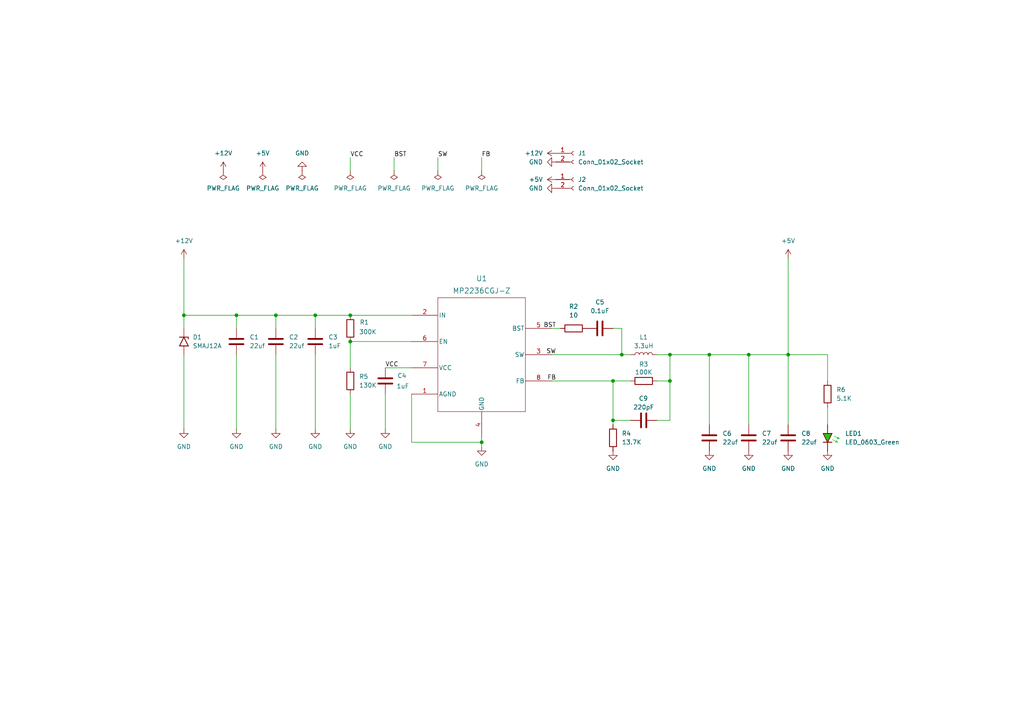
<source format=kicad_sch>
(kicad_sch (version 20231120) (generator "eeschema") (generator_version "8.0")
  (paper "A4")
  (title_block (title "MP2236电源模块 12V转5V") (date "2024-12-22") (rev "1.1"))
  (lib_symbols
    (symbol "Connector:Conn_01x02_Socket" (pin_names (offset 1.016) hide)
      (property "Reference" "J" (at 0 2.54 0))
      (property "Value" "Conn_01x02_Socket" (at 0 -5.08 0))
      (symbol "Conn_01x02_Socket_1_1"
        (arc (start 0 -2.032) (mid -0.5058 -2.54) (end 0 -3.048) (stroke (width 0.1524)))
        (polyline (pts (xy -1.27 -2.54) (xy -0.508 -2.54)) (stroke (width 0.1524)))
        (polyline (pts (xy -1.27 0) (xy -0.508 0)) (stroke (width 0.1524)))
        (arc (start 0 0.508) (mid -0.5058 0) (end 0 -0.508) (stroke (width 0.1524)))
        (pin passive line (at -5.08 0 0) (length 3.81) (name "Pin_1") (number "1"))
        (pin passive line (at -5.08 -2.54 0) (length 3.81) (name "Pin_2") (number "2"))
      )
    )
    (symbol "Device:C" (pin_numbers hide) (pin_names (offset 0.254))
      (property "Reference" "C" (at 0.635 2.54 0))
      (property "Value" "C" (at 0.635 -2.54 0))
      (symbol "C_0_1"
        (polyline (pts (xy -2.032 -0.762) (xy 2.032 -0.762)) (stroke (width 0.508)))
        (polyline (pts (xy -2.032 0.762) (xy 2.032 0.762)) (stroke (width 0.508)))
      )
      (symbol "C_1_1"
        (pin passive line (at 0 3.81 270) (length 2.794) (name "~") (number "1"))
        (pin passive line (at 0 -3.81 90) (length 2.794) (name "~") (number "2"))
      )
    )
    (symbol "Device:L" (pin_numbers hide) (pin_names (offset 1.016) hide)
      (property "Reference" "L" (at -1.27 0 90))
      (property "Value" "L" (at 1.905 0 90))
      (symbol "L_0_1"
        (arc (start 0 -2.54) (mid 0.6323 -1.905) (end 0 -1.27))
        (arc (start 0 -1.27) (mid 0.6323 -0.635) (end 0 0))
        (arc (start 0 0) (mid 0.6323 0.635) (end 0 1.27))
        (arc (start 0 1.27) (mid 0.6323 1.905) (end 0 2.54))
      )
      (symbol "L_1_1"
        (pin passive line (at 0 3.81 270) (length 1.27) (name "1") (number "1"))
        (pin passive line (at 0 -3.81 90) (length 1.27) (name "2") (number "2"))
      )
    )
    (symbol "Device:R" (pin_numbers hide) (pin_names (offset 0))
      (property "Reference" "R" (at 2.032 0 90))
      (property "Value" "R" (at 0 0 90))
      (symbol "R_0_1"
        (rectangle (start -1.016 -2.54) (end 1.016 2.54) (stroke (width 0.254)))
      )
      (symbol "R_1_1"
        (pin passive line (at 0 3.81 270) (length 1.27) (name "~") (number "1"))
        (pin passive line (at 0 -3.81 90) (length 1.27) (name "~") (number "2"))
      )
    )
    (symbol "Diode:SMAJ12A" (pin_numbers hide) (pin_names (offset 1.016) hide)
      (property "Reference" "D" (at 0 2.54 0))
      (property "Value" "SMAJ12A" (at 0 -2.54 0))
      (symbol "SMAJ12A_0_1"
        (polyline (pts (xy -0.762 1.27) (xy -1.27 1.27) (xy -1.27 -1.27)) (stroke (width 0.254)))
        (polyline (pts (xy 1.27 1.27) (xy 1.27 -1.27) (xy -1.27 0) (xy 1.27 1.27)) (stroke (width 0.254)))
      )
      (symbol "SMAJ12A_1_1"
        (pin passive line (at -3.81 0 0) (length 2.54) (name "A1") (number "1"))
        (pin passive line (at 3.81 0 180) (length 2.54) (name "A2") (number "2"))
      )
    )
    (symbol "PCM_LED_AKL:LED_0603_Green" (pin_numbers hide) (pin_names (offset 1.016) hide)
      (property "Reference" "LED" (at 0 7.62 0))
      (property "Value" "LED_0603_Green" (at 0 5.08 0))
      (symbol "LED_0603_Green_0_1"
        (polyline (pts (xy -0.508 1.905) (xy 0.254 3.429)) (stroke (width 0.1524) (color 30 200 30 1)))
        (polyline (pts (xy 0.508 1.397) (xy 1.27 2.921)) (stroke (width 0.1524) (color 30 200 30 1)))
        (polyline (pts (xy 1.27 1.27) (xy 1.27 -1.27)) (stroke (width 0.254)))
        (polyline (pts (xy -1.27 1.27) (xy -1.27 -1.27) (xy 1.27 0) (xy -1.27 1.27)) (stroke (width 0.254)) (fill (type color) (color 30 200 30 1)))
        (polyline (pts (xy 0.254 2.794) (xy -0.254 3.048) (xy 0.254 3.429) (xy 0.254 2.794)) (stroke (width 0) (color 30 200 30 1)) (fill (type outline)))
        (polyline (pts (xy 1.27 2.286) (xy 0.762 2.54) (xy 1.27 2.921) (xy 1.27 2.286)) (stroke (width 0.1524) (color 30 200 30 1)) (fill (type outline)))
      )
      (symbol "LED_0603_Green_0_2"
        (polyline (pts (xy -2.54 -2.54) (xy -0.889 -0.889)))
        (polyline (pts (xy -1.651 0.889) (xy -2.159 2.413)) (stroke (width 0) (color 30 200 30 1)))
        (polyline (pts (xy -0.508 1.27) (xy -1.016 2.794)) (stroke (width 0) (color 30 200 30 1)))
        (polyline (pts (xy 0 1.778) (xy 1.778 0)) (stroke (width 0.254)))
        (polyline (pts (xy 0.889 0.889) (xy 2.54 2.54)))
        (polyline (pts (xy -0.889 -0.889) (xy -1.778 0) (xy 0.889 0.889) (xy 0 -1.778) (xy -0.889 -0.889)) (stroke (width 0.254)) (fill (type color) (color 30 200 30 1)))
      )
      (symbol "LED_0603_Green_1_1"
        (pin passive line (at 3.81 0 180) (length 2.54) (name "K") (number "1"))
        (pin passive line (at -3.81 0 0) (length 2.54) (name "A") (number "2"))
      )
      (symbol "LED_0603_Green_1_2"
        (polyline (pts (xy -2.159 2.413) (xy -2.286 1.778) (xy -1.6764 1.9812) (xy -2.159 2.413)) (stroke (width 0) (color 30 200 30 1)) (fill (type outline)))
        (polyline (pts (xy -1.016 2.794) (xy -1.143 2.159) (xy -0.5334 2.3622) (xy -1.016 2.794)) (stroke (width 0) (color 30 200 30 1)) (fill (type outline)))
        (pin passive line (at 2.54 2.54 180) (length 0) (name "K") (number "1"))
        (pin passive line (at -2.54 -2.54 0) (length 0) (name "A") (number "2"))
      )
    )
    (symbol "power:+12V" (power) (pin_numbers hide) (pin_names (offset 0) hide)
      (property "Value" "+12V" (at 0 3.556 0))
      (symbol "+12V_0_1"
        (polyline (pts (xy -0.762 1.27) (xy 0 2.54)))
        (polyline (pts (xy 0 0) (xy 0 2.54)))
        (polyline (pts (xy 0 2.54) (xy 0.762 1.27)))
      )
      (symbol "+12V_1_1"
        (pin power_in line (at 0 0 90) (length 0) (name "~") (number "1"))
      )
    )
    (symbol "power:+5V" (power) (pin_numbers hide) (pin_names (offset 0) hide)
      (property "Value" "+5V" (at 0 3.556 0))
      (symbol "+5V_0_1"
        (polyline (pts (xy -0.762 1.27) (xy 0 2.54)))
        (polyline (pts (xy 0 0) (xy 0 2.54)))
        (polyline (pts (xy 0 2.54) (xy 0.762 1.27)))
      )
      (symbol "+5V_1_1"
        (pin power_in line (at 0 0 90) (length 0) (name "~") (number "1"))
      )
    )
    (symbol "power:GND" (power) (pin_numbers hide) (pin_names (offset 0) hide)
      (property "Value" "GND" (at 0 -3.81 0))
      (symbol "GND_0_1"
        (polyline (pts (xy 0 0) (xy 0 -1.27) (xy 1.27 -1.27) (xy 0 -2.54) (xy -1.27 -1.27) (xy 0 -1.27)))
      )
      (symbol "GND_1_1"
        (pin power_in line (at 0 0 270) (length 0) (name "~") (number "1"))
      )
    )
    (symbol "power:PWR_FLAG" (power) (pin_numbers hide) (pin_names (offset 0) hide)
      (property "Value" "PWR_FLAG" (at 0 3.81 0))
      (symbol "PWR_FLAG_0_0"
        (pin power_out line (at 0 0 90) (length 0) (name "~") (number "1"))
      )
      (symbol "PWR_FLAG_0_1"
        (polyline (pts (xy 0 0) (xy 0 1.27) (xy -1.016 1.905) (xy 0 2.54) (xy 1.016 1.905) (xy 0 1.27)))
      )
    )
    (symbol "power_driver:MP2236CGJ-Z" (pin_names (offset 0.254))
      (property "Reference" "U" (at 20.32 10.16 0))
      (property "Value" "MP2236CGJ-Z" (at 20.32 7.62 0))
      (symbol "MP2236CGJ-Z_0_1"
        (polyline (pts (xy 7.62 -25.4) (xy 33.02 -25.4)) (stroke (width 0.127)))
        (polyline (pts (xy 7.62 7.62) (xy 7.62 -25.4)) (stroke (width 0.127)))
        (polyline (pts (xy 33.02 -25.4) (xy 33.02 7.62)) (stroke (width 0.127)))
        (polyline (pts (xy 33.02 7.62) (xy 7.62 7.62)) (stroke (width 0.127)))
        (pin power_in line (at 0 -20.32 0) (length 7.62) (name "AGND") (number "1"))
        (pin power_in line (at 0 2.54 0) (length 7.62) (name "IN") (number "2"))
        (pin power_in line (at 40.64 -8.89 180) (length 7.62) (name "SW") (number "3"))
        (pin power_in line (at 20.32 -33.02 90) (length 7.62) (name "GND") (number "4"))
        (pin power_in line (at 40.64 -1.27 180) (length 7.62) (name "BST") (number "5"))
        (pin input line (at 0 -5.08 0) (length 7.62) (name "EN") (number "6"))
        (pin power_in line (at 0 -12.7 0) (length 7.62) (name "VCC") (number "7"))
      )
      (symbol "MP2236CGJ-Z_1_1"
        (pin power_in line (at 40.64 -16.51 180) (length 7.62) (name "FB") (number "8"))
      )
    )
  )
  (junction (at 68.58 91.44))
  (junction (at 139.7 128.27))
  (junction (at 80.01 91.44))
  (junction (at 194.31 110.49))
  (junction (at 205.74 102.87))
  (junction (at 194.31 102.87))
  (junction (at 53.34 91.44))
  (junction (at 177.8 121.92))
  (junction (at 177.8 110.49))
  (junction (at 91.44 91.44))
  (junction (at 180.34 102.87))
  (junction (at 101.6 91.44))
  (junction (at 101.6 99.06))
  (junction (at 228.6 102.87))
  (junction (at 217.17 102.87))
  (wire (pts (xy 91.44 91.44) (xy 101.6 91.44)))
  (wire (pts (xy 160.02 102.87) (xy 180.34 102.87)))
  (wire (pts (xy 101.6 99.06) (xy 119.38 99.06)))
  (wire (pts (xy 205.74 102.87) (xy 205.74 123.19)))
  (wire (pts (xy 180.34 102.87) (xy 182.88 102.87)))
  (wire (pts (xy 205.74 102.87) (xy 217.17 102.87)))
  (wire (pts (xy 111.76 106.68) (xy 119.38 106.68)))
  (wire (pts (xy 177.8 121.92) (xy 182.88 121.92)))
  (wire (pts (xy 190.5 121.92) (xy 194.31 121.92)))
  (wire (pts (xy 101.6 45.72) (xy 101.6 49.53)))
  (wire (pts (xy 177.8 121.92) (xy 177.8 123.19)))
  (wire (pts (xy 53.34 95.25) (xy 53.34 91.44)))
  (wire (pts (xy 101.6 91.44) (xy 119.38 91.44)))
  (wire (pts (xy 80.01 95.25) (xy 80.01 91.44)))
  (wire (pts (xy 111.76 114.3) (xy 111.76 124.46)))
  (wire (pts (xy 228.6 102.87) (xy 217.17 102.87)))
  (wire (pts (xy 217.17 102.87) (xy 217.17 123.19)))
  (wire (pts (xy 180.34 95.25) (xy 180.34 102.87)))
  (wire (pts (xy 228.6 74.93) (xy 228.6 102.87)))
  (wire (pts (xy 91.44 95.25) (xy 91.44 91.44)))
  (wire (pts (xy 80.01 102.87) (xy 80.01 124.46)))
  (wire (pts (xy 177.8 95.25) (xy 180.34 95.25)))
  (wire (pts (xy 53.34 102.87) (xy 53.34 124.46)))
  (wire (pts (xy 114.3 45.72) (xy 114.3 49.53)))
  (wire (pts (xy 119.38 128.27) (xy 139.7 128.27)))
  (wire (pts (xy 139.7 129.54) (xy 139.7 128.27)))
  (wire (pts (xy 68.58 102.87) (xy 68.58 124.46)))
  (wire (pts (xy 190.5 110.49) (xy 194.31 110.49)))
  (wire (pts (xy 240.03 102.87) (xy 228.6 102.87)))
  (wire (pts (xy 160.02 110.49) (xy 177.8 110.49)))
  (wire (pts (xy 177.8 110.49) (xy 182.88 110.49)))
  (wire (pts (xy 127 45.72) (xy 127 49.53)))
  (wire (pts (xy 194.31 102.87) (xy 205.74 102.87)))
  (wire (pts (xy 101.6 114.3) (xy 101.6 124.46)))
  (wire (pts (xy 194.31 110.49) (xy 194.31 121.92)))
  (wire (pts (xy 240.03 123.19) (xy 240.03 118.11)))
  (wire (pts (xy 194.31 110.49) (xy 194.31 102.87)))
  (wire (pts (xy 91.44 102.87) (xy 91.44 124.46)))
  (wire (pts (xy 68.58 91.44) (xy 80.01 91.44)))
  (wire (pts (xy 228.6 102.87) (xy 228.6 123.19)))
  (wire (pts (xy 139.7 45.72) (xy 139.7 49.53)))
  (wire (pts (xy 139.7 128.27) (xy 139.7 127)))
  (wire (pts (xy 240.03 110.49) (xy 240.03 102.87)))
  (wire (pts (xy 101.6 106.68) (xy 101.6 99.06)))
  (wire (pts (xy 80.01 91.44) (xy 91.44 91.44)))
  (wire (pts (xy 177.8 110.49) (xy 177.8 121.92)))
  (wire (pts (xy 160.02 95.25) (xy 162.56 95.25)))
  (wire (pts (xy 53.34 91.44) (xy 68.58 91.44)))
  (wire (pts (xy 53.34 74.93) (xy 53.34 91.44)))
  (wire (pts (xy 190.5 102.87) (xy 194.31 102.87)))
  (wire (pts (xy 119.38 114.3) (xy 119.38 128.27)))
  (wire (pts (xy 68.58 95.25) (xy 68.58 91.44)))
  (label "VCC" (at 101.6 45.72 0))
  (label "BST" (at 161.29 95.25 180))
  (label "SW" (at 161.29 102.87 180))
  (label "BST" (at 114.3 45.72 0))
  (label "VCC" (at 111.76 106.68 0))
  (label "FB" (at 139.7 45.72 0))
  (label "SW" (at 127 45.72 0))
  (label "FB" (at 161.29 110.49 180))
  (symbol (lib_id "power:GND") (at 161.29 46.99 270) (unit 1)
    (property "Reference" "#PWR019" (effects (hide yes)))
    (property "Value" "GND" (at 157.48 46.9899 90) (effects (justify right)))
    (property "Description" "Power symbol creates a global label with name \"GND\" , ground" (effects (hide yes)))
  )
  (symbol (lib_id "Device:L") (at 186.69 102.87 90) (unit 1)
    (property "Reference" "L1" (at 186.69 97.79 90))
    (property "Value" "3.3uH" (at 186.69 100.33 90))
    (property "Footprint" "Inductor_SMD:L_Abracon_ASPI-0630LR" (effects (hide yes)))
    (property "Description" "Inductor" (effects (hide yes)))
  )
  (symbol (lib_id "power:PWR_FLAG") (at 64.77 49.53 180) (unit 1)
    (property "Reference" "#FLG01" (effects (hide yes)))
    (property "Value" "PWR_FLAG" (at 64.77 54.61 0))
    (property "Description" "Special symbol for telling ERC where power comes from" (effects (hide yes)))
  )
  (symbol (lib_id "power:GND") (at 139.7 129.54 0) (unit 1)
    (property "Reference" "#PWR06" (effects (hide yes)))
    (property "Value" "GND" (at 139.7 134.62 0))
    (property "Description" "Power symbol creates a global label with name \"GND\" , ground" (effects (hide yes)))
  )
  (symbol (lib_id "Device:C") (at 80.01 99.06 0) (unit 1)
    (property "Reference" "C2" (at 83.82 97.7899 0) (effects (justify left)))
    (property "Value" "22uf" (at 83.82 100.3299 0) (effects (justify left)))
    (property "Footprint" "Capacitor_SMD:C_1206_3216Metric" (effects (hide yes)))
    (property "Description" "Unpolarized capacitor" (effects (hide yes)))
  )
  (symbol (lib_id "power:GND") (at 161.29 54.61 270) (unit 1)
    (property "Reference" "#PWR020" (effects (hide yes)))
    (property "Value" "GND" (at 157.48 54.6099 90) (effects (justify right)))
    (property "Description" "Power symbol creates a global label with name \"GND\" , ground" (effects (hide yes)))
  )
  (symbol (lib_id "power_driver:MP2236CGJ-Z") (at 119.38 93.98 0) (unit 1)
    (property "Reference" "U1" (at 139.7 80.772 0) (effects (font (size 1.524 1.524))))
    (property "Value" "MP2236CGJ-Z" (at 139.7 84.328 0) (effects (font (size 1.524 1.524))))
    (property "Footprint" "PCM_Package_TO_SOT_SMD_AKL:TSOT-23-8" (effects (hide yes)))
    (property "Datasheet" "MP2236CGJ-Z" (effects (hide yes)))
  )
  (symbol (lib_id "power:GND") (at 205.74 130.81 0) (unit 1)
    (property "Reference" "#PWR08" (effects (hide yes)))
    (property "Value" "GND" (at 205.74 135.89 0))
    (property "Description" "Power symbol creates a global label with name \"GND\" , ground" (effects (hide yes)))
  )
  (symbol (lib_id "Device:R") (at 166.37 95.25 90) (unit 1)
    (property "Reference" "R2" (at 166.37 88.9 90))
    (property "Value" "10" (at 166.37 91.44 90))
    (property "Footprint" "Resistor_SMD:R_0603_1608Metric" (effects (hide yes)))
    (property "Description" "Resistor" (effects (hide yes)))
  )
  (symbol (lib_id "Device:R") (at 101.6 95.25 0) (unit 1)
    (property "Reference" "R1" (at 105.664 93.472 0))
    (property "Value" "300K" (at 106.68 96.266 0))
    (property "Footprint" "Resistor_SMD:R_0603_1608Metric" (effects (hide yes)))
    (property "Description" "Resistor" (effects (hide yes)))
  )
  (symbol (lib_id "power:GND") (at 111.76 124.46 0) (unit 1)
    (property "Reference" "#PWR016" (effects (hide yes)))
    (property "Value" "GND" (at 111.76 129.54 0))
    (property "Description" "Power symbol creates a global label with name \"GND\" , ground" (effects (hide yes)))
  )
  (symbol (lib_id "power:GND") (at 101.6 124.46 0) (unit 1)
    (property "Reference" "#PWR015" (effects (hide yes)))
    (property "Value" "GND" (at 101.6 129.54 0))
    (property "Description" "Power symbol creates a global label with name \"GND\" , ground" (effects (hide yes)))
  )
  (symbol (lib_id "power:GND") (at 228.6 130.81 0) (unit 1)
    (property "Reference" "#PWR010" (effects (hide yes)))
    (property "Value" "GND" (at 228.6 135.89 0))
    (property "Description" "Power symbol creates a global label with name \"GND\" , ground" (effects (hide yes)))
  )
  (symbol (lib_id "power:+5V") (at 76.2 49.53 0) (unit 1)
    (property "Reference" "#PWR02" (effects (hide yes)))
    (property "Value" "+5V" (at 76.2 44.45 0))
    (property "Description" "Power symbol creates a global label with name \"+5V\"" (effects (hide yes)))
  )
  (symbol (lib_id "power:GND") (at 91.44 124.46 0) (unit 1)
    (property "Reference" "#PWR014" (effects (hide yes)))
    (property "Value" "GND" (at 91.44 129.54 0))
    (property "Description" "Power symbol creates a global label with name \"GND\" , ground" (effects (hide yes)))
  )
  (symbol (lib_id "power:+5V") (at 161.29 52.07 90) (unit 1)
    (property "Reference" "#PWR018" (effects (hide yes)))
    (property "Value" "+5V" (at 157.48 52.0699 90) (effects (justify left)))
    (property "Description" "Power symbol creates a global label with name \"+5V\"" (effects (hide yes)))
  )
  (symbol (lib_id "Device:R") (at 177.8 127 180) (unit 1)
    (property "Reference" "R4" (at 180.34 125.7299 0) (effects (justify right)))
    (property "Value" "13.7K" (at 180.34 128.2699 0) (effects (justify right)))
    (property "Footprint" "Resistor_SMD:R_0603_1608Metric" (effects (hide yes)))
    (property "Description" "Resistor" (effects (hide yes)))
  )
  (symbol (lib_id "Device:C") (at 173.99 95.25 90) (unit 1)
    (property "Reference" "C5" (at 173.99 87.63 90))
    (property "Value" "0.1uF" (at 173.99 90.17 90))
    (property "Footprint" "Capacitor_SMD:C_0603_1608Metric" (effects (hide yes)))
    (property "Description" "Unpolarized capacitor" (effects (hide yes)))
  )
  (symbol (lib_id "power:PWR_FLAG") (at 87.63 49.53 180) (unit 1)
    (property "Reference" "#FLG03" (effects (hide yes)))
    (property "Value" "PWR_FLAG" (at 87.63 54.61 0))
    (property "Description" "Special symbol for telling ERC where power comes from" (effects (hide yes)))
  )
  (symbol (lib_id "power:GND") (at 177.8 130.81 0) (unit 1)
    (property "Reference" "#PWR07" (effects (hide yes)))
    (property "Value" "GND" (at 177.8 135.89 0))
    (property "Description" "Power symbol creates a global label with name \"GND\" , ground" (effects (hide yes)))
  )
  (symbol (lib_id "Device:R") (at 240.03 114.3 0) (unit 1)
    (property "Reference" "R6" (at 242.57 113.0299 0) (effects (justify left)))
    (property "Value" "5.1K" (at 242.57 115.5699 0) (effects (justify left)))
    (property "Footprint" "Resistor_SMD:R_0603_1608Metric" (effects (hide yes)))
    (property "Description" "Resistor" (effects (hide yes)))
  )
  (symbol (lib_id "Device:C") (at 205.74 127 0) (unit 1)
    (property "Reference" "C6" (at 209.55 125.7299 0) (effects (justify left)))
    (property "Value" "22uf" (at 209.55 128.2699 0) (effects (justify left)))
    (property "Footprint" "Capacitor_SMD:C_0805_2012Metric" (effects (hide yes)))
    (property "Description" "Unpolarized capacitor" (effects (hide yes)))
  )
  (symbol (lib_id "power:+12V") (at 53.34 74.93 0) (unit 1)
    (property "Reference" "#PWR04" (effects (hide yes)))
    (property "Value" "+12V" (at 53.34 69.85 0))
    (property "Description" "Power symbol creates a global label with name \"+12V\"" (effects (hide yes)))
  )
  (symbol (lib_id "power:GND") (at 217.17 130.81 0) (unit 1)
    (property "Reference" "#PWR09" (effects (hide yes)))
    (property "Value" "GND" (at 217.17 135.89 0))
    (property "Description" "Power symbol creates a global label with name \"GND\" , ground" (effects (hide yes)))
  )
  (symbol (lib_id "PCM_LED_AKL:LED_0603_Green") (at 240.03 127 270) (unit 1)
    (property "Reference" "LED1" (at 245.11 125.7299 90) (effects (justify left)))
    (property "Value" "LED_0603_Green" (at 245.11 128.2699 90) (effects (justify left)))
    (property "Footprint" "PCM_LED_SMD_AKL:LED_0603_1608Metric" (effects (hide yes)))
    (property "Description" "Green SMD LED, 0603, Alternate KiCad Library" (effects (hide yes)))
  )
  (symbol (lib_id "power:+12V") (at 64.77 49.53 0) (unit 1)
    (property "Reference" "#PWR01" (effects (hide yes)))
    (property "Value" "+12V" (at 64.77 44.45 0))
    (property "Description" "Power symbol creates a global label with name \"+12V\"" (effects (hide yes)))
  )
  (symbol (lib_id "power:PWR_FLAG") (at 101.6 49.53 180) (unit 1)
    (property "Reference" "#FLG04" (effects (hide yes)))
    (property "Value" "PWR_FLAG" (at 101.6 54.61 0))
    (property "Description" "Special symbol for telling ERC where power comes from" (effects (hide yes)))
  )
  (symbol (lib_id "power:GND") (at 87.63 49.53 180) (unit 1)
    (property "Reference" "#PWR03" (effects (hide yes)))
    (property "Value" "GND" (at 87.63 44.45 0))
    (property "Description" "Power symbol creates a global label with name \"GND\" , ground" (effects (hide yes)))
  )
  (symbol (lib_id "Device:C") (at 186.69 121.92 270) (unit 1)
    (property "Reference" "C9" (at 187.96 115.57 90) (effects (justify right)))
    (property "Value" "220pF" (at 189.738 118.11 90) (effects (justify right)))
    (property "Footprint" "Capacitor_SMD:C_0603_1608Metric" (effects (hide yes)))
    (property "Description" "Unpolarized capacitor" (effects (hide yes)))
  )
  (symbol (lib_id "power:PWR_FLAG") (at 139.7 49.53 180) (unit 1)
    (property "Reference" "#FLG07" (effects (hide yes)))
    (property "Value" "PWR_FLAG" (at 139.7 54.61 0))
    (property "Description" "Special symbol for telling ERC where power comes from" (effects (hide yes)))
  )
  (symbol (lib_id "power:+12V") (at 161.29 44.45 90) (unit 1)
    (property "Reference" "#PWR017" (effects (hide yes)))
    (property "Value" "+12V" (at 157.48 44.4499 90) (effects (justify left)))
    (property "Description" "Power symbol creates a global label with name \"+12V\"" (effects (hide yes)))
  )
  (symbol (lib_id "Device:C") (at 217.17 127 0) (unit 1)
    (property "Reference" "C7" (at 220.98 125.7299 0) (effects (justify left)))
    (property "Value" "22uf" (at 220.98 128.2699 0) (effects (justify left)))
    (property "Footprint" "Capacitor_SMD:C_0805_2012Metric" (effects (hide yes)))
    (property "Description" "Unpolarized capacitor" (effects (hide yes)))
  )
  (symbol (lib_id "Diode:SMAJ12A") (at 53.34 99.06 270) (unit 1)
    (property "Reference" "D1" (at 55.88 97.7899 90) (effects (justify left)))
    (property "Value" "SMAJ12A" (at 55.88 100.3299 90) (effects (justify left)))
    (property "Footprint" "Diode_SMD:D_SMA" (effects (hide yes)))
    (property "Datasheet" "https://www.littelfuse.com/media?resourcetype=datasheets&itemid=75e32973-b177-4ee3-a0ff-cedaf1abdb93&filename=smaj-datasheet" (effects (hide yes)))
    (property "Description" "400W unidirectional Transient Voltage Suppressor, 12.0Vr, SMA(DO-214AC)" (effects (hide yes)))
  )
  (symbol (lib_id "Connector:Conn_01x02_Socket") (at 166.37 52.07 0) (unit 1)
    (property "Reference" "J2" (at 167.64 52.0699 0) (effects (justify left)))
    (property "Value" "Conn_01x02_Socket" (at 167.64 54.6099 0) (effects (justify left)))
    (property "Footprint" "power_driver:4mmx5mm_2x18.0mm power pad" (effects (hide yes)))
    (property "Description" "Generic connector, single row, 01x02, script generated" (effects (hide yes)))
  )
  (symbol (lib_id "Device:C") (at 91.44 99.06 0) (unit 1)
    (property "Reference" "C3" (at 95.25 97.7899 0) (effects (justify left)))
    (property "Value" "1uF" (at 95.25 100.3299 0) (effects (justify left)))
    (property "Footprint" "Capacitor_SMD:C_0603_1608Metric" (effects (hide yes)))
    (property "Description" "Unpolarized capacitor" (effects (hide yes)))
  )
  (symbol (lib_id "power:GND") (at 68.58 124.46 0) (unit 1)
    (property "Reference" "#PWR012" (effects (hide yes)))
    (property "Value" "GND" (at 68.58 129.54 0))
    (property "Description" "Power symbol creates a global label with name \"GND\" , ground" (effects (hide yes)))
  )
  (symbol (lib_id "Connector:Conn_01x02_Socket") (at 166.37 44.45 0) (unit 1)
    (property "Reference" "J1" (at 167.64 44.4499 0) (effects (justify left)))
    (property "Value" "Conn_01x02_Socket" (at 167.64 46.9899 0) (effects (justify left)))
    (property "Footprint" "power_driver:4mmx5mm_2x18.0mm power pad" (effects (hide yes)))
    (property "Description" "Generic connector, single row, 01x02, script generated" (effects (hide yes)))
  )
  (symbol (lib_id "Device:C") (at 111.76 110.49 180) (unit 1)
    (property "Reference" "C4" (at 116.586 108.966 0))
    (property "Value" "1uF" (at 116.84 112.014 0))
    (property "Footprint" "Capacitor_SMD:C_0603_1608Metric" (effects (hide yes)))
    (property "Description" "Unpolarized capacitor" (effects (hide yes)))
  )
  (symbol (lib_id "Device:R") (at 186.69 110.49 270) (unit 1)
    (property "Reference" "R3" (at 186.69 105.664 90))
    (property "Value" "100K" (at 186.69 107.95 90))
    (property "Footprint" "Resistor_SMD:R_0603_1608Metric" (effects (hide yes)))
    (property "Description" "Resistor" (effects (hide yes)))
  )
  (symbol (lib_id "power:GND") (at 53.34 124.46 0) (unit 1)
    (property "Reference" "#PWR011" (effects (hide yes)))
    (property "Value" "GND" (at 53.34 129.54 0))
    (property "Description" "Power symbol creates a global label with name \"GND\" , ground" (effects (hide yes)))
  )
  (symbol (lib_id "power:PWR_FLAG") (at 76.2 49.53 180) (unit 1)
    (property "Reference" "#FLG02" (effects (hide yes)))
    (property "Value" "PWR_FLAG" (at 76.2 54.61 0))
    (property "Description" "Special symbol for telling ERC where power comes from" (effects (hide yes)))
  )
  (symbol (lib_id "Device:C") (at 68.58 99.06 0) (unit 1)
    (property "Reference" "C1" (at 72.39 97.7899 0) (effects (justify left)))
    (property "Value" "22uf" (at 72.39 100.3299 0) (effects (justify left)))
    (property "Footprint" "Capacitor_SMD:C_1206_3216Metric" (effects (hide yes)))
    (property "Description" "Unpolarized capacitor" (effects (hide yes)))
  )
  (symbol (lib_id "power:+5V") (at 228.6 74.93 0) (unit 1)
    (property "Reference" "#PWR05" (effects (hide yes)))
    (property "Value" "+5V" (at 228.6 69.85 0))
    (property "Description" "Power symbol creates a global label with name \"+5V\"" (effects (hide yes)))
  )
  (symbol (lib_id "power:GND") (at 240.03 130.81 0) (unit 1)
    (property "Reference" "#PWR021" (effects (hide yes)))
    (property "Value" "GND" (at 240.03 135.89 0))
    (property "Description" "Power symbol creates a global label with name \"GND\" , ground" (effects (hide yes)))
  )
  (symbol (lib_id "Device:C") (at 228.6 127 0) (unit 1)
    (property "Reference" "C8" (at 232.41 125.7299 0) (effects (justify left)))
    (property "Value" "22uf" (at 232.41 128.2699 0) (effects (justify left)))
    (property "Footprint" "Capacitor_SMD:C_0805_2012Metric" (effects (hide yes)))
    (property "Description" "Unpolarized capacitor" (effects (hide yes)))
  )
  (symbol (lib_id "power:PWR_FLAG") (at 114.3 49.53 180) (unit 1)
    (property "Reference" "#FLG05" (effects (hide yes)))
    (property "Value" "PWR_FLAG" (at 114.3 54.61 0))
    (property "Description" "Special symbol for telling ERC where power comes from" (effects (hide yes)))
  )
  (symbol (lib_id "power:PWR_FLAG") (at 127 49.53 180) (unit 1)
    (property "Reference" "#FLG06" (effects (hide yes)))
    (property "Value" "PWR_FLAG" (at 127 54.61 0))
    (property "Description" "Special symbol for telling ERC where power comes from" (effects (hide yes)))
  )
  (symbol (lib_id "Device:R") (at 101.6 110.49 0) (unit 1)
    (property "Reference" "R5" (at 104.14 109.2199 0) (effects (justify left)))
    (property "Value" "130K" (at 104.14 111.7599 0) (effects (justify left)))
    (property "Footprint" "Resistor_SMD:R_0603_1608Metric" (effects (hide yes)))
    (property "Description" "Resistor" (effects (hide yes)))
  )
  (symbol (lib_id "power:GND") (at 80.01 124.46 0) (unit 1)
    (property "Reference" "#PWR013" (effects (hide yes)))
    (property "Value" "GND" (at 80.01 129.54 0))
    (property "Description" "Power symbol creates a global label with name \"GND\" , ground" (effects (hide yes)))
  )
)
</source>
